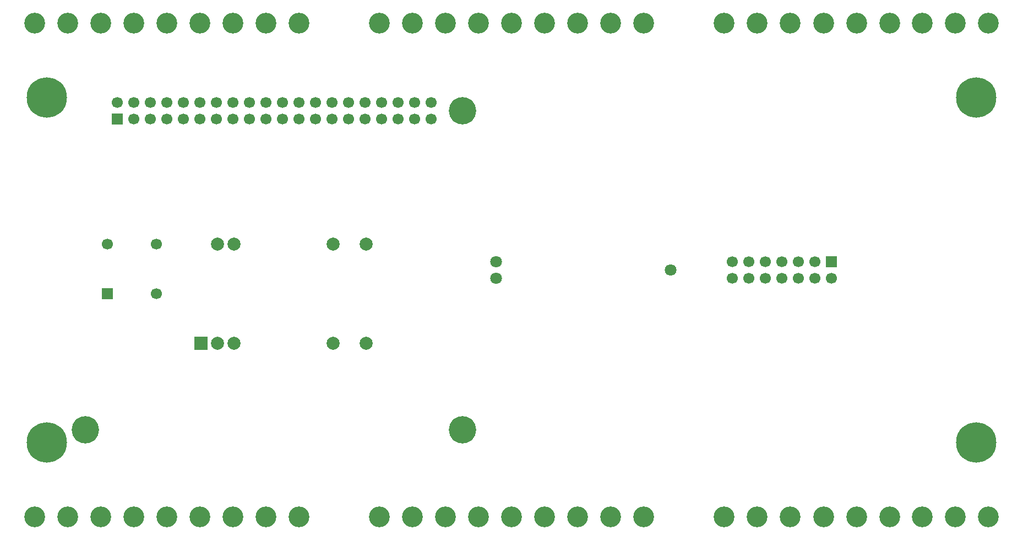
<source format=gbs>
%FSLAX44Y44*%
%MOMM*%
G71*
G01*
G75*
G04 Layer_Color=16711935*
%ADD10R,1.3000X1.3000*%
%ADD11R,0.8500X1.0000*%
%ADD12R,0.8500X1.0000*%
%ADD13R,1.9998X1.3995*%
%ADD14R,1.9998X1.3995*%
%ADD15R,3.1000X2.3000*%
%ADD16R,1.6000X1.8000*%
%ADD17R,1.3000X1.3000*%
%ADD18R,1.8000X0.4995*%
%ADD19R,1.2700X1.2700*%
%ADD20R,1.2700X1.2700*%
%ADD21R,0.3000X1.0000*%
%ADD22R,1.5000X1.5000*%
%ADD23R,0.8000X2.0000*%
%ADD24R,1.3995X1.9998*%
%ADD25R,1.3995X1.9998*%
%ADD26C,0.3000*%
%ADD27C,0.4000*%
%ADD28C,0.5000*%
%ADD29C,0.2000*%
%ADD30C,1.5000*%
%ADD31C,3.0000*%
%ADD32R,1.5000X1.5000*%
%ADD33C,1.5000*%
%ADD34R,1.8000X1.8000*%
%ADD35C,1.8000*%
%ADD36C,1.6000*%
%ADD37C,6.0000*%
%ADD38C,4.0000*%
%ADD39C,0.8000*%
%ADD40C,0.2500*%
%ADD41C,0.2540*%
%ADD42C,0.1524*%
%ADD43C,0.0999*%
%ADD44R,1.0500X1.2000*%
%ADD45R,1.0500X1.2000*%
%ADD46R,2.1998X1.5995*%
%ADD47R,2.1998X1.5995*%
%ADD48R,3.3000X2.5000*%
%ADD49R,1.8000X2.0000*%
%ADD50R,2.0000X0.6995*%
%ADD51R,1.4700X1.4700*%
%ADD52R,1.4700X1.4700*%
%ADD53R,0.5000X1.2000*%
%ADD54R,1.7000X1.7000*%
%ADD55R,1.0000X2.2000*%
%ADD56R,1.5995X2.1998*%
%ADD57R,1.5995X2.1998*%
%ADD58C,3.2000*%
%ADD59R,1.7000X1.7000*%
%ADD60C,1.7000*%
%ADD61R,2.0000X2.0000*%
%ADD62C,2.0000*%
%ADD63C,6.2000*%
%ADD64C,4.2000*%
D35*
X1020000Y425000D02*
D03*
X751000Y412300D02*
D03*
Y437700D02*
D03*
D54*
X168700Y657300D02*
D03*
X1267200Y437700D02*
D03*
D58*
X1203300Y46000D02*
D03*
X1101700D02*
D03*
X1152500D02*
D03*
X1356700D02*
D03*
X1255100D02*
D03*
X1305900D02*
D03*
X1508100D02*
D03*
X1406500D02*
D03*
X1457300D02*
D03*
X1406500Y804000D02*
D03*
X1508100D02*
D03*
X1457300D02*
D03*
X1255100D02*
D03*
X1356700D02*
D03*
X1305900D02*
D03*
X1101700D02*
D03*
X1203300D02*
D03*
X1152500D02*
D03*
X346700D02*
D03*
X448300D02*
D03*
X397500D02*
D03*
X194300D02*
D03*
X295900D02*
D03*
X245100D02*
D03*
X41900D02*
D03*
X143500D02*
D03*
X92700D02*
D03*
X448300Y46000D02*
D03*
X346700D02*
D03*
X397500D02*
D03*
X295900D02*
D03*
X194300D02*
D03*
X245100D02*
D03*
X143500D02*
D03*
X41900D02*
D03*
X92700D02*
D03*
X978200D02*
D03*
X876600D02*
D03*
X927400D02*
D03*
X825800D02*
D03*
X724200D02*
D03*
X775000D02*
D03*
X673400D02*
D03*
X571800D02*
D03*
X622600D02*
D03*
X571800Y804000D02*
D03*
X673400D02*
D03*
X622600D02*
D03*
X724200D02*
D03*
X825800D02*
D03*
X775000D02*
D03*
X876600D02*
D03*
X978200D02*
D03*
X927400D02*
D03*
D59*
X153500Y388900D02*
D03*
D60*
X228500D02*
D03*
Y465100D02*
D03*
X153500D02*
D03*
X194100Y657300D02*
D03*
X244900D02*
D03*
X219500D02*
D03*
X295700D02*
D03*
X270300D02*
D03*
X346500D02*
D03*
X321100D02*
D03*
X219500Y682700D02*
D03*
X270300D02*
D03*
X244900D02*
D03*
X194100D02*
D03*
X168700D02*
D03*
X295700D02*
D03*
X371900Y657300D02*
D03*
X321100Y682700D02*
D03*
X371900D02*
D03*
X346500D02*
D03*
X473500Y657300D02*
D03*
X524300D02*
D03*
X498900D02*
D03*
X397300D02*
D03*
X448100D02*
D03*
X422700D02*
D03*
X549700D02*
D03*
X575100D02*
D03*
X625900D02*
D03*
X651300D02*
D03*
X473500Y682700D02*
D03*
X524300D02*
D03*
X498900D02*
D03*
X397300D02*
D03*
X448100D02*
D03*
X422700D02*
D03*
X549700D02*
D03*
X600500Y657300D02*
D03*
X575100Y682700D02*
D03*
X625900D02*
D03*
X600500D02*
D03*
X651300D02*
D03*
X1114800Y412300D02*
D03*
Y437700D02*
D03*
X1140200Y412300D02*
D03*
Y437700D02*
D03*
X1165600Y412300D02*
D03*
Y437700D02*
D03*
X1191000Y412300D02*
D03*
Y437700D02*
D03*
X1216400Y412300D02*
D03*
Y437700D02*
D03*
X1241800Y412300D02*
D03*
Y437700D02*
D03*
X1267200Y412300D02*
D03*
D61*
X297300Y312800D02*
D03*
D62*
X322700D02*
D03*
X348100D02*
D03*
X500500D02*
D03*
X551300D02*
D03*
Y465200D02*
D03*
X500500D02*
D03*
X348100D02*
D03*
X322700D02*
D03*
D63*
X1490000Y160000D02*
D03*
Y690000D02*
D03*
X60000Y160000D02*
D03*
Y690000D02*
D03*
D64*
X700000Y670000D02*
D03*
X120000Y180000D02*
D03*
X700000D02*
D03*
M02*

</source>
